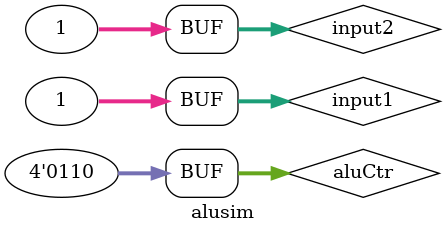
<source format=v>
`timescale 1ns / 1ps

module alusim; 
// Inputs 
reg [31:0] input1; 
reg [31:0] input2; 
reg [3:0] aluCtr; 
// Outputs 
wire [31:0] aluRes; 
wire zero; 
// Instantiate the Unit Under Test (UUT) 
alu uut ( 
.input1(input1), 
.input2(input2), 
.aluCtr(aluCtr), 
.aluRes(aluRes), 
.zero(zero) 
); 
initial begin 
// Initialize Inputs 
input1 = 1; 
input2 = 1; 
aluCtr = 4'b0110; 
#100; 
input1 = 2; 
input2 = 1; 
aluCtr = 4'b0110; 
#100 
input1 = 1; 
input2 = 1; 
end
endmodule


</source>
